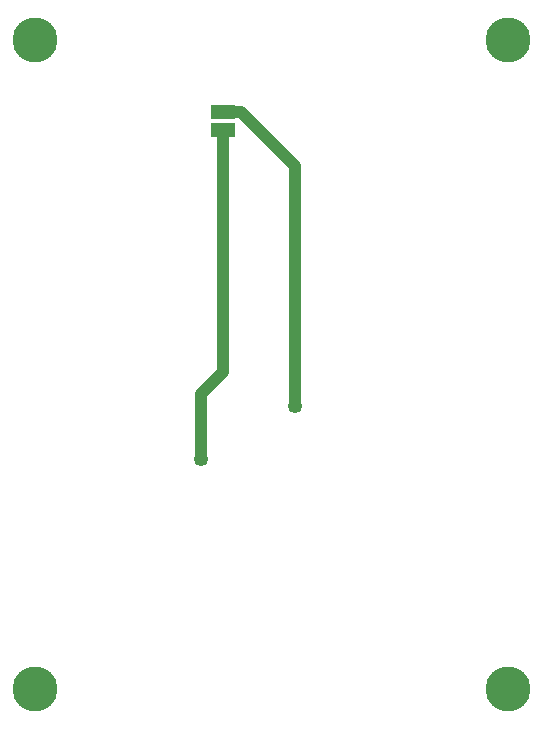
<source format=gbr>
%TF.GenerationSoftware,KiCad,Pcbnew,6.0.2+dfsg-1*%
%TF.CreationDate,2023-09-04T20:06:16+10:00*%
%TF.ProjectId,xiao-esp32c-temperature-sensor,7869616f-2d65-4737-9033-32632d74656d,rev?*%
%TF.SameCoordinates,Original*%
%TF.FileFunction,Copper,L2,Bot*%
%TF.FilePolarity,Positive*%
%FSLAX46Y46*%
G04 Gerber Fmt 4.6, Leading zero omitted, Abs format (unit mm)*
G04 Created by KiCad (PCBNEW 6.0.2+dfsg-1) date 2023-09-04 20:06:16*
%MOMM*%
%LPD*%
G01*
G04 APERTURE LIST*
%TA.AperFunction,ComponentPad*%
%ADD10C,3.800000*%
%TD*%
%TA.AperFunction,ComponentPad*%
%ADD11R,2.000000X1.250000*%
%TD*%
%TA.AperFunction,ViaPad*%
%ADD12C,1.250000*%
%TD*%
%TA.AperFunction,Conductor*%
%ADD13C,1.000000*%
%TD*%
G04 APERTURE END LIST*
D10*
%TO.P,H4,1,1*%
%TO.N,unconnected-(H4-Pad1)*%
X150000000Y-92500000D03*
%TD*%
%TO.P,H3,1,1*%
%TO.N,unconnected-(H3-Pad1)*%
X110000000Y-92500000D03*
%TD*%
%TO.P,H1,1,1*%
%TO.N,unconnected-(H1-Pad1)*%
X110000000Y-147500000D03*
%TD*%
%TO.P,H2,1,1*%
%TO.N,unconnected-(H2-Pad1)*%
X150000000Y-147500000D03*
%TD*%
D11*
%TO.P,U1,15,BAT+*%
%TO.N,Net-(CN1-Pad1)*%
X125884000Y-98619250D03*
%TO.P,U1,16,BAT-*%
%TO.N,Net-(CN1-Pad2)*%
X125884000Y-100119250D03*
%TD*%
D12*
%TO.N,Net-(CN1-Pad2)*%
X124000000Y-128000000D03*
%TO.N,Net-(CN1-Pad1)*%
X132000000Y-123500000D03*
%TD*%
D13*
%TO.N,Net-(CN1-Pad2)*%
X125884000Y-100119250D02*
X125884000Y-120616000D01*
X124000000Y-128000000D02*
X124000000Y-122500000D01*
X125884000Y-120616000D02*
X124000000Y-122500000D01*
%TO.N,Net-(CN1-Pad1)*%
X132000000Y-103211228D02*
X127408022Y-98619250D01*
X127408022Y-98619250D02*
X125884000Y-98619250D01*
X132000000Y-123500000D02*
X132000000Y-103211228D01*
%TD*%
M02*

</source>
